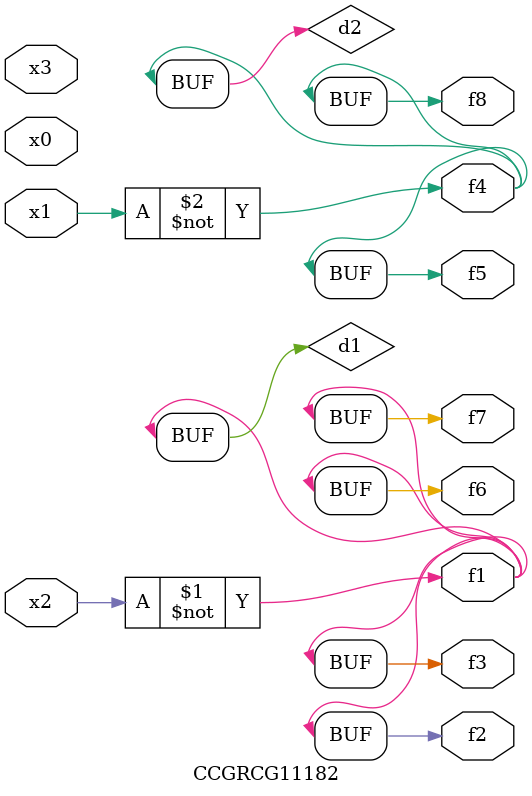
<source format=v>
module CCGRCG11182(
	input x0, x1, x2, x3,
	output f1, f2, f3, f4, f5, f6, f7, f8
);

	wire d1, d2;

	xnor (d1, x2);
	not (d2, x1);
	assign f1 = d1;
	assign f2 = d1;
	assign f3 = d1;
	assign f4 = d2;
	assign f5 = d2;
	assign f6 = d1;
	assign f7 = d1;
	assign f8 = d2;
endmodule

</source>
